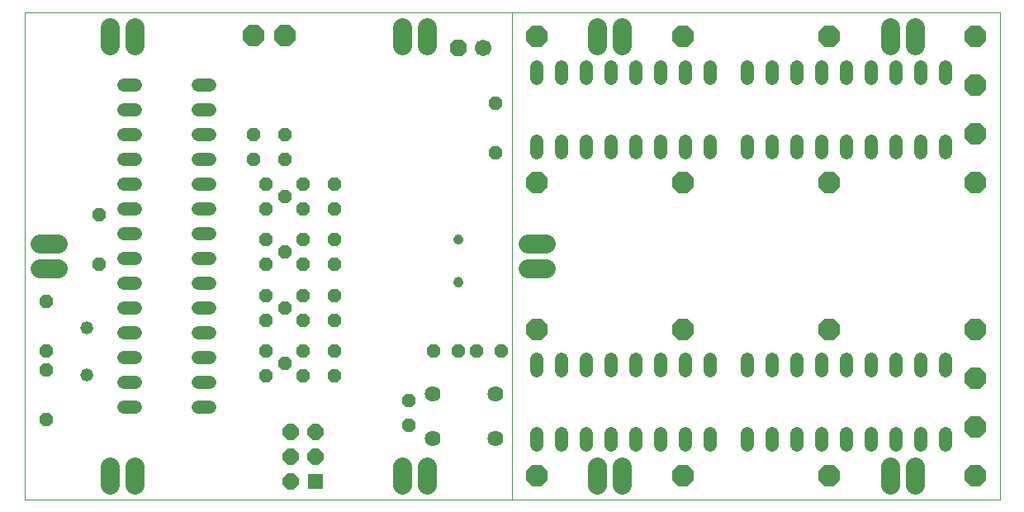
<source format=gbs>
G75*
%MOIN*%
%OFA0B0*%
%FSLAX24Y24*%
%IPPOS*%
%LPD*%
%AMOC8*
5,1,8,0,0,1.08239X$1,22.5*
%
%ADD10C,0.0000*%
%ADD11C,0.0520*%
%ADD12R,0.0640X0.0640*%
%ADD13OC8,0.0640*%
%ADD14OC8,0.0520*%
%ADD15C,0.0520*%
%ADD16C,0.0394*%
%ADD17OC8,0.0890*%
%ADD18OC8,0.0670*%
%ADD19C,0.0670*%
%ADD20C,0.0640*%
%ADD21C,0.0780*%
D10*
X000650Y000400D02*
X000650Y020085D01*
X020335Y020085D01*
X020335Y000400D01*
X040020Y000400D01*
X040020Y020085D01*
X020335Y020085D01*
X017973Y010924D02*
X017975Y010950D01*
X017981Y010976D01*
X017991Y011001D01*
X018004Y011024D01*
X018020Y011044D01*
X018040Y011062D01*
X018062Y011077D01*
X018085Y011089D01*
X018111Y011097D01*
X018137Y011101D01*
X018163Y011101D01*
X018189Y011097D01*
X018215Y011089D01*
X018239Y011077D01*
X018260Y011062D01*
X018280Y011044D01*
X018296Y011024D01*
X018309Y011001D01*
X018319Y010976D01*
X018325Y010950D01*
X018327Y010924D01*
X018325Y010898D01*
X018319Y010872D01*
X018309Y010847D01*
X018296Y010824D01*
X018280Y010804D01*
X018260Y010786D01*
X018238Y010771D01*
X018215Y010759D01*
X018189Y010751D01*
X018163Y010747D01*
X018137Y010747D01*
X018111Y010751D01*
X018085Y010759D01*
X018061Y010771D01*
X018040Y010786D01*
X018020Y010804D01*
X018004Y010824D01*
X017991Y010847D01*
X017981Y010872D01*
X017975Y010898D01*
X017973Y010924D01*
X017973Y009191D02*
X017975Y009217D01*
X017981Y009243D01*
X017991Y009268D01*
X018004Y009291D01*
X018020Y009311D01*
X018040Y009329D01*
X018062Y009344D01*
X018085Y009356D01*
X018111Y009364D01*
X018137Y009368D01*
X018163Y009368D01*
X018189Y009364D01*
X018215Y009356D01*
X018239Y009344D01*
X018260Y009329D01*
X018280Y009311D01*
X018296Y009291D01*
X018309Y009268D01*
X018319Y009243D01*
X018325Y009217D01*
X018327Y009191D01*
X018325Y009165D01*
X018319Y009139D01*
X018309Y009114D01*
X018296Y009091D01*
X018280Y009071D01*
X018260Y009053D01*
X018238Y009038D01*
X018215Y009026D01*
X018189Y009018D01*
X018163Y009014D01*
X018137Y009014D01*
X018111Y009018D01*
X018085Y009026D01*
X018061Y009038D01*
X018040Y009053D01*
X018020Y009071D01*
X018004Y009091D01*
X017991Y009114D01*
X017981Y009139D01*
X017975Y009165D01*
X017973Y009191D01*
X020335Y000400D02*
X000650Y000400D01*
D11*
X004660Y004150D02*
X005140Y004150D01*
X005140Y005150D02*
X004660Y005150D01*
X004660Y006150D02*
X005140Y006150D01*
X005140Y007150D02*
X004660Y007150D01*
X004660Y008150D02*
X005140Y008150D01*
X005140Y009150D02*
X004660Y009150D01*
X004660Y010150D02*
X005140Y010150D01*
X005140Y011150D02*
X004660Y011150D01*
X004660Y012150D02*
X005140Y012150D01*
X005140Y013150D02*
X004660Y013150D01*
X004660Y014150D02*
X005140Y014150D01*
X005140Y015150D02*
X004660Y015150D01*
X004660Y016150D02*
X005140Y016150D01*
X005140Y017150D02*
X004660Y017150D01*
X007660Y017150D02*
X008140Y017150D01*
X008140Y016150D02*
X007660Y016150D01*
X007660Y015150D02*
X008140Y015150D01*
X008140Y014150D02*
X007660Y014150D01*
X007660Y013150D02*
X008140Y013150D01*
X008140Y012150D02*
X007660Y012150D01*
X007660Y011150D02*
X008140Y011150D01*
X008140Y010150D02*
X007660Y010150D01*
X007660Y009150D02*
X008140Y009150D01*
X008140Y008150D02*
X007660Y008150D01*
X007660Y007150D02*
X008140Y007150D01*
X008140Y006150D02*
X007660Y006150D01*
X007660Y005150D02*
X008140Y005150D01*
X008140Y004150D02*
X007660Y004150D01*
X021335Y003077D02*
X021335Y002597D01*
X022335Y002597D02*
X022335Y003077D01*
X023335Y003077D02*
X023335Y002597D01*
X024335Y002597D02*
X024335Y003077D01*
X025335Y003077D02*
X025335Y002597D01*
X026335Y002597D02*
X026335Y003077D01*
X027335Y003077D02*
X027335Y002597D01*
X028335Y002597D02*
X028335Y003077D01*
X029835Y003077D02*
X029835Y002597D01*
X030835Y002597D02*
X030835Y003077D01*
X031835Y003077D02*
X031835Y002597D01*
X032835Y002597D02*
X032835Y003077D01*
X033835Y003077D02*
X033835Y002597D01*
X034835Y002597D02*
X034835Y003077D01*
X035835Y003077D02*
X035835Y002597D01*
X036835Y002597D02*
X036835Y003077D01*
X037835Y003077D02*
X037835Y002597D01*
X037835Y005597D02*
X037835Y006077D01*
X036835Y006077D02*
X036835Y005597D01*
X035835Y005597D02*
X035835Y006077D01*
X034835Y006077D02*
X034835Y005597D01*
X033835Y005597D02*
X033835Y006077D01*
X032835Y006077D02*
X032835Y005597D01*
X031835Y005597D02*
X031835Y006077D01*
X030835Y006077D02*
X030835Y005597D01*
X029835Y005597D02*
X029835Y006077D01*
X028335Y006077D02*
X028335Y005597D01*
X027335Y005597D02*
X027335Y006077D01*
X026335Y006077D02*
X026335Y005597D01*
X025335Y005597D02*
X025335Y006077D01*
X024335Y006077D02*
X024335Y005597D01*
X023335Y005597D02*
X023335Y006077D01*
X022335Y006077D02*
X022335Y005597D01*
X021335Y005597D02*
X021335Y006077D01*
X021335Y014408D02*
X021335Y014888D01*
X022335Y014888D02*
X022335Y014408D01*
X023335Y014408D02*
X023335Y014888D01*
X024335Y014888D02*
X024335Y014408D01*
X025335Y014408D02*
X025335Y014888D01*
X026335Y014888D02*
X026335Y014408D01*
X027335Y014408D02*
X027335Y014888D01*
X028335Y014888D02*
X028335Y014408D01*
X029819Y014408D02*
X029819Y014888D01*
X030819Y014888D02*
X030819Y014408D01*
X031819Y014408D02*
X031819Y014888D01*
X032819Y014888D02*
X032819Y014408D01*
X033819Y014408D02*
X033819Y014888D01*
X034819Y014888D02*
X034819Y014408D01*
X035819Y014408D02*
X035819Y014888D01*
X036819Y014888D02*
X036819Y014408D01*
X037819Y014408D02*
X037819Y014888D01*
X037819Y017408D02*
X037819Y017888D01*
X036819Y017888D02*
X036819Y017408D01*
X035819Y017408D02*
X035819Y017888D01*
X034819Y017888D02*
X034819Y017408D01*
X033819Y017408D02*
X033819Y017888D01*
X032819Y017888D02*
X032819Y017408D01*
X031819Y017408D02*
X031819Y017888D01*
X030819Y017888D02*
X030819Y017408D01*
X029819Y017408D02*
X029819Y017888D01*
X028335Y017888D02*
X028335Y017408D01*
X027335Y017408D02*
X027335Y017888D01*
X026335Y017888D02*
X026335Y017408D01*
X025335Y017408D02*
X025335Y017888D01*
X024335Y017888D02*
X024335Y017408D01*
X023335Y017408D02*
X023335Y017888D01*
X022335Y017888D02*
X022335Y017408D01*
X021335Y017408D02*
X021335Y017888D01*
D12*
X012400Y001150D03*
D13*
X011400Y001150D03*
X011400Y002150D03*
X012400Y002150D03*
X012400Y003150D03*
X011400Y003150D03*
D14*
X011900Y005400D03*
X011150Y005900D03*
X010400Y005400D03*
X010400Y006400D03*
X011900Y006400D03*
X013150Y006400D03*
X013150Y005400D03*
X016150Y004400D03*
X016150Y003400D03*
X017150Y006404D03*
X018150Y006404D03*
X018900Y006404D03*
X019900Y006404D03*
X013150Y007650D03*
X011900Y007650D03*
X011150Y008150D03*
X010400Y007650D03*
X010400Y008650D03*
X011900Y008650D03*
X013150Y008650D03*
X013150Y009900D03*
X011900Y009900D03*
X011150Y010400D03*
X010400Y009900D03*
X010400Y010900D03*
X011900Y010900D03*
X013150Y010900D03*
X013150Y012150D03*
X011900Y012150D03*
X011150Y012650D03*
X010400Y012150D03*
X010400Y013150D03*
X011900Y013150D03*
X013150Y013150D03*
X011150Y014150D03*
X009900Y014150D03*
X009900Y015150D03*
X011150Y015150D03*
X003650Y011900D03*
X003650Y009900D03*
X001525Y008400D03*
X001525Y006400D03*
X001525Y005650D03*
X001525Y003650D03*
X019650Y014400D03*
X019650Y016400D03*
D15*
X003150Y007350D03*
X003150Y005450D03*
D16*
X018150Y009191D03*
X018150Y010924D03*
D17*
X021319Y013195D03*
X027225Y013195D03*
X033130Y013195D03*
X039036Y013195D03*
X039036Y015164D03*
X039036Y017132D03*
X039036Y019101D03*
X033130Y019101D03*
X027225Y019101D03*
X021319Y019101D03*
X011150Y019150D03*
X009900Y019150D03*
X021319Y007290D03*
X027225Y007290D03*
X033130Y007290D03*
X039036Y007290D03*
X039036Y005321D03*
X039036Y003353D03*
X039036Y001384D03*
X033130Y001384D03*
X027225Y001384D03*
X021319Y001384D03*
D18*
X018150Y018650D03*
D19*
X019150Y018650D03*
D20*
X019680Y004665D03*
X017120Y004665D03*
X017120Y002885D03*
X019680Y002885D03*
D21*
X016898Y001754D02*
X016898Y001014D01*
X015898Y001014D02*
X015898Y001754D01*
X023772Y001754D02*
X023772Y001014D01*
X024772Y001014D02*
X024772Y001754D01*
X035583Y001754D02*
X035583Y001014D01*
X036583Y001014D02*
X036583Y001754D01*
X021689Y009743D02*
X020949Y009743D01*
X020949Y010743D02*
X021689Y010743D01*
X023772Y018731D02*
X023772Y019471D01*
X024772Y019471D02*
X024772Y018731D01*
X016898Y018731D02*
X016898Y019471D01*
X015898Y019471D02*
X015898Y018731D01*
X005087Y018731D02*
X005087Y019471D01*
X004087Y019471D02*
X004087Y018731D01*
X002004Y010743D02*
X001264Y010743D01*
X001264Y009743D02*
X002004Y009743D01*
X004087Y001754D02*
X004087Y001014D01*
X005087Y001014D02*
X005087Y001754D01*
X035583Y018731D02*
X035583Y019471D01*
X036583Y019471D02*
X036583Y018731D01*
M02*

</source>
